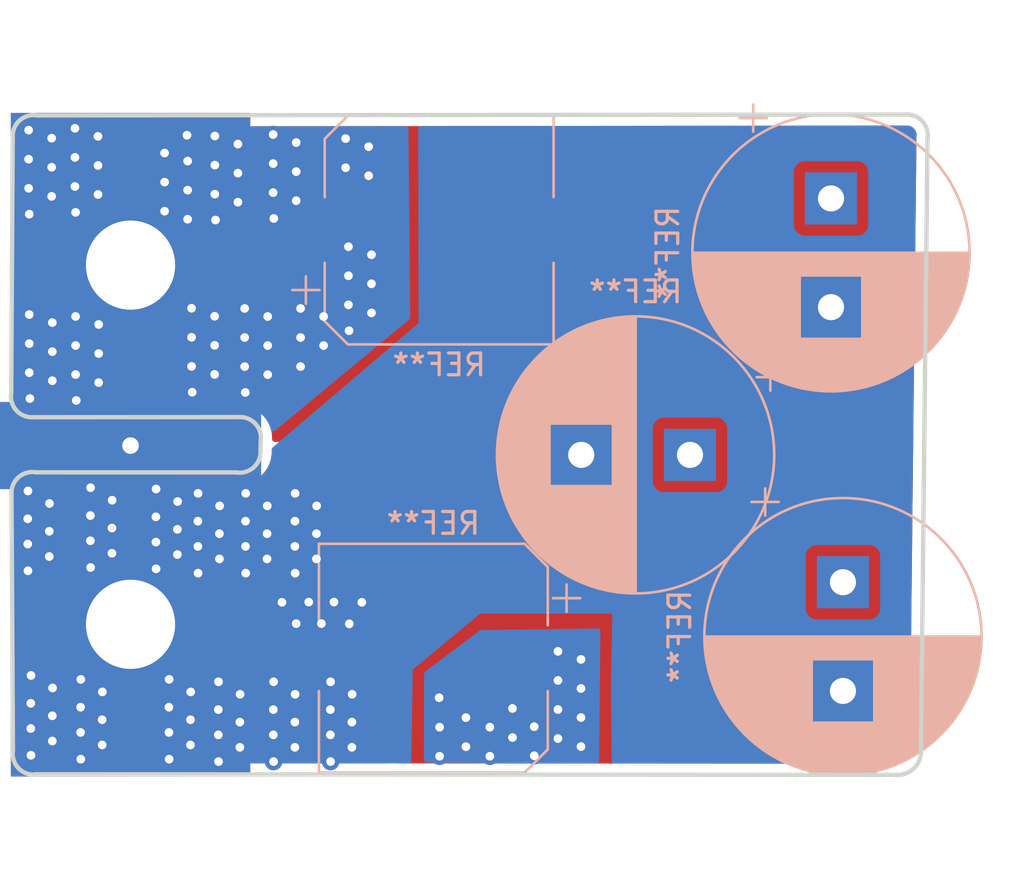
<source format=kicad_pcb>
(kicad_pcb (version 20211014) (generator pcbnew)
  (layers (0 "F.Cu" signal) (31 "B.Cu" signal) (34 "B.Paste" user) (35 "F.Paste" user) (36 "B.SilkS" user "B.Silkscreen") (37 "F.SilkS" user "F.Silkscreen") (38 "B.Mask" user) (39 "F.Mask" user) (44 "Edge.Cuts" user))
  (net 0 "")
  (net 1 "VIN")
  (net 2 "GND")
  (footprint "" (layer "F.Cu") (at 127.945221 96.92313 -90)
    (fp_text reference "" (at 0 0 90) (layer "F.SilkS") (effects (font (size 1.27 1.27))))
    (fp_text value "" (at 0 0 90) (layer "F.SilkS") (effects (font (size 1.27 1.27))))
    (pad "" thru_hole rect (at 0 0 180) (size 12 4) (drill 0.762) (layers *.Mask))
  )
  (footprint "" (layer "F.Cu") (at 127.945221 88.62313 -90)
    (fp_text reference "" (at 0 0 90) (layer "F.SilkS") (effects (font (size 1.27 1.27))))
    (fp_text value "" (at 0 0 90) (layer "F.SilkS") (effects (font (size 1.27 1.27))))
    (pad "1" thru_hole rect (at 0 0 180) (size 11 14) (drill 4.1) (layers *.Cu *.Mask) (net 1 "VIN"))
  )
  (footprint "" (layer "F.Cu") (at 127.945221 105.14313 -90)
    (fp_text reference "" (at 0 0 90) (layer "F.SilkS") (effects (font (size 1.27 1.27))))
    (fp_text value "" (at 0 0 90) (layer "F.SilkS") (effects (font (size 1.27 1.27))))
    (pad "1" thru_hole rect (at 0 0 180) (size 11 14) (drill 4.1) (layers *.Cu *.Mask) (net 2 "GND"))
  )
  (footprint "Capacitor_SMD:CP_Elec_10x10" (layer "B.Cu") (at 142.13 87.01)
    (fp_text reference "REF**" (at 0 6.2) (layer "B.SilkS") (effects (justify mirror)))
    (fp_text value "CP_Elec_10x10")
    (pad "1" smd roundrect (at -4 0) (size 4 2.5) (layers "B.Cu" "B.Paste" "B.Mask") (roundrect_rratio 0.1) (net 1 "VIN"))
    (pad "2" smd roundrect (at 4 0) (size 4 2.5) (layers "B.Cu" "B.Paste" "B.Mask") (roundrect_rratio 0.1) (net 2 "GND"))
  )
  (footprint "Capacitor_SMD:CP_Elec_10x10" (layer "B.Cu") (at 141.8625 106.7 180)
    (fp_text reference "REF**" (at 0 6.2) (layer "B.SilkS") (effects (justify mirror)))
    (fp_text value "CP_Elec_10x10")
    (pad "1" smd roundrect (at -4 0 180) (size 4 2.5) (layers "B.Cu" "B.Paste" "B.Mask") (roundrect_rratio 0.1) (net 1 "VIN"))
    (pad "2" smd roundrect (at 4 0 180) (size 4 2.5) (layers "B.Cu" "B.Paste" "B.Mask") (roundrect_rratio 0.1) (net 2 "GND"))
  )
  (footprint "Capacitor_THT:CP_Radial_D12.5mm_P5.00mm" (layer "B.Cu") (at 153.66 97.35 180)
    (fp_text reference "REF**" (at 2.5 7.5) (layer "B.SilkS") (effects (justify mirror)))
    (fp_text value "CP_Radial_D12.5mm_P5.00mm")
    (pad "1" thru_hole rect (at 0 0 180) (size 2.4 2.4) (drill 1.2) (layers *.Cu *.Mask) (net 1 "VIN"))
    (pad "2" thru_hole circle (at 5 0 180) (size 2.4 2.4) (drill 1.2) (layers *.Cu *.Mask) (net 2 "GND"))
  )
  (footprint "Capacitor_THT:CP_Radial_D12.5mm_P5.00mm" (layer "B.Cu") (at 160.69 103.206041 -90)
    (fp_text reference "REF**" (at 2.5 7.5 90) (layer "B.SilkS") (effects (justify mirror)))
    (fp_text value "CP_Radial_D12.5mm_P5.00mm")
    (pad "1" thru_hole rect (at 0 0 270) (size 2.4 2.4) (drill 1.2) (layers *.Cu *.Mask) (net 1 "VIN"))
    (pad "2" thru_hole circle (at 5 0 270) (size 2.4 2.4) (drill 1.2) (layers *.Cu *.Mask) (net 2 "GND"))
  )
  (footprint "Capacitor_THT:CP_Radial_D12.5mm_P5.00mm" (layer "B.Cu") (at 160.14 85.556041 -90)
    (fp_text reference "REF**" (at 2.5 7.5 90) (layer "B.SilkS") (effects (justify mirror)))
    (fp_text value "CP_Radial_D12.5mm_P5.00mm")
    (pad "1" thru_hole rect (at 0 0 270) (size 2.4 2.4) (drill 1.2) (layers *.Cu *.Mask) (net 1 "VIN"))
    (pad "2" thru_hole circle (at 5 0 270) (size 2.4 2.4) (drill 1.2) (layers *.Cu *.Mask) (net 2 "GND"))
  )
  (gr_line (start 132.799869 98.15583) (end 123.595221 98.15313) (layer "Edge.Cuts") (width 0.2))
  (gr_line (start 123.551544 112.037739) (end 163.154244 112.063092) (layer "Edge.Cuts") (width 0.2))
  (gr_arc (start 122.529596 82.763091) (mid 122.839367 81.977705) (end 123.649596 81.740391) (layer "Edge.Cuts") (width 0.2))
  (gr_line (start 133.925221 96.73313) (end 133.919869 97.14583) (layer "Edge.Cuts") (width 0.2))
  (gr_arc (start 132.915221 95.61313) (mid 133.69242 95.927665) (end 133.925221 96.73313) (layer "Edge.Cuts") (width 0.2))
  (gr_arc (start 133.919869 97.14583) (mid 133.605334 97.923029) (end 132.799869 98.15583) (layer "Edge.Cuts") (width 0.2))
  (gr_line (start 122.475221 99.16313) (end 122.541544 110.943091) (layer "Edge.Cuts") (width 0.2))
  (gr_arc (start 164.274244 111.043092) (mid 163.930002 111.789992) (end 163.154244 112.063092) (layer "Edge.Cuts") (width 0.2))
  (gr_arc (start 123.472521 95.617778) (mid 122.695322 95.303243) (end 122.462521 94.497778) (layer "Edge.Cuts") (width 0.2))
  (gr_line (start 122.462521 94.510478) (end 122.529596 82.763091) (layer "Edge.Cuts") (width 0.2))
  (gr_line (start 123.649596 81.740391) (end 163.554244 81.698444) (layer "Edge.Cuts") (width 0.2))
  (gr_arc (start 122.475221 99.16313) (mid 122.789756 98.385931) (end 123.595221 98.15313) (layer "Edge.Cuts") (width 0.2))
  (gr_arc (start 123.551544 112.052939) (mid 122.784177 111.747709) (end 122.541544 110.958291) (layer "Edge.Cuts") (width 0.2))
  (gr_line (start 164.576944 82.793092) (end 164.274244 111.043092) (layer "Edge.Cuts") (width 0.2))
  (gr_arc (start 163.554244 81.698444) (mid 164.329602 81.999133) (end 164.576944 82.793092) (layer "Edge.Cuts") (width 0.2))
  (gr_line (start 123.472521 95.617778) (end 132.915221 95.61313) (layer "Edge.Cuts") (width 0.2))
  (via (at 135.56 85.66) (size 0.8) (drill 0.4) (layers "F.Cu" "B.Cu") (net 1))
  (via (at 134.25 92.323332) (size 0.8) (drill 0.4) (layers "F.Cu" "B.Cu") (net 1))
  (via (at 138.89 83.176666) (size 0.8) (drill 0.4) (layers "F.Cu" "B.Cu") (net 1))
  (via (at 125.39 83.67) (size 0.8) (drill 0.4) (layers "F.Cu" "B.Cu") (net 1))
  (via (at 126.48 92.69) (size 0.8) (drill 0.4) (layers "F.Cu" "B.Cu") (net 1))
  (via (at 123.26 85.09) (size 0.8) (drill 0.4) (layers "F.Cu" "B.Cu") (net 1))
  (via (at 147.59 109.06) (size 0.8) (drill 0.4) (layers "F.Cu" "B.Cu") (net 1))
  (via (at 126.48 91.353334) (size 0.8) (drill 0.4) (layers "F.Cu" "B.Cu") (net 1))
  (via (at 136.82 90.986666) (size 0.8) (drill 0.4) (layers "F.Cu" "B.Cu") (net 1))
  (via (at 124.35 91.266666) (size 0.8) (drill 0.4) (layers "F.Cu" "B.Cu") (net 1))
  (via (at 132.88 83.056666) (size 0.8) (drill 0.4) (layers "F.Cu" "B.Cu") (net 1))
  (via (at 134.53 86.48) (size 0.8) (drill 0.4) (layers "F.Cu" "B.Cu") (net 1))
  (via (at 129.51 84.806668) (size 0.8) (drill 0.4) (layers "F.Cu" "B.Cu") (net 1))
  (via (at 135.56 82.986666) (size 0.8) (drill 0.4) (layers "F.Cu" "B.Cu") (net 1))
  (via (at 131.81 90.976666) (size 0.8) (drill 0.4) (layers "F.Cu" "B.Cu") (net 1))
  (via (at 137.83 82.806666) (size 0.8) (drill 0.4) (layers "F.Cu" "B.Cu") (net 1))
  (via (at 124.35 93.94) (size 0.8) (drill 0.4) (layers "F.Cu" "B.Cu") (net 1))
  (via (at 123.26 83.753332) (size 0.8) (drill 0.4) (layers "F.Cu" "B.Cu") (net 1))
  (via (at 147.59 106.386668) (size 0.8) (drill 0.4) (layers "F.Cu" "B.Cu") (net 1))
  (via (at 144.46 109.873334) (size 0.8) (drill 0.4) (layers "F.Cu" "B.Cu") (net 1))
  (via (at 135.76 90.616666) (size 0.8) (drill 0.4) (layers "F.Cu" "B.Cu") (net 1))
  (via (at 134.5 83.953332) (size 0.8) (drill 0.4) (layers "F.Cu" "B.Cu") (net 1))
  (via (at 148.65 109.43) (size 0.8) (drill 0.4) (layers "F.Cu" "B.Cu") (net 1))
  (via (at 137.96 90.45) (size 0.8) (drill 0.4) (layers "F.Cu" "B.Cu") (net 1))
  (via (at 124.32 84.123332) (size 0.8) (drill 0.4) (layers "F.Cu" "B.Cu") (net 1))
  (via (at 131.81 93.65) (size 0.8) (drill 0.4) (layers "F.Cu" "B.Cu") (net 1))
  (via (at 130.57 86.513334) (size 0.8) (drill 0.4) (layers "F.Cu" "B.Cu") (net 1))
  (via (at 129.51 86.143334) (size 0.8) (drill 0.4) (layers "F.Cu" "B.Cu") (net 1))
  (via (at 137.96 87.776666) (size 0.8) (drill 0.4) (layers "F.Cu" "B.Cu") (net 1))
  (via (at 130.78 94.47) (size 0.8) (drill 0.4) (layers "F.Cu" "B.Cu") (net 1))
  (via (at 131.82 84.023332) (size 0.8) (drill 0.4) (layers "F.Cu" "B.Cu") (net 1))
  (via (at 126.45 82.703334) (size 0.8) (drill 0.4) (layers "F.Cu" "B.Cu") (net 1))
  (via (at 147.59 110.396668) (size 0.8) (drill 0.4) (layers "F.Cu" "B.Cu") (net 1))
  (via (at 134.5 82.616666) (size 0.8) (drill 0.4) (layers "F.Cu" "B.Cu") (net 1))
  (via (at 145.5 109.013334) (size 0.8) (drill 0.4) (layers "F.Cu" "B.Cu") (net 1))
  (via (at 133.22 94.48) (size 0.8) (drill 0.4) (layers "F.Cu" "B.Cu") (net 1))
  (via (at 126.48 94.026668) (size 0.8) (drill 0.4) (layers "F.Cu" "B.Cu") (net 1))
  (via (at 123.29 93.57) (size 0.8) (drill 0.4) (layers "F.Cu" "B.Cu") (net 1))
  (via (at 133.19 91.953332) (size 0.8) (drill 0.4) (layers "F.Cu" "B.Cu") (net 1))
  (via (at 132.88 84.393332) (size 0.8) (drill 0.4) (layers "F.Cu" "B.Cu") (net 1))
  (via (at 132.88 85.73) (size 0.8) (drill 0.4) (layers "F.Cu" "B.Cu") (net 1))
  (via (at 126.45 84.04) (size 0.8) (drill 0.4) (layers "F.Cu" "B.Cu") (net 1))
  (via (at 142.15 109.873334) (size 0.8) (drill 0.4) (layers "F.Cu" "B.Cu") (net 1))
  (via (at 125.39 85.006668) (size 0.8) (drill 0.4) (layers "F.Cu" "B.Cu") (net 1))
  (via (at 130.75 90.606666) (size 0.8) (drill 0.4) (layers "F.Cu" "B.Cu") (net 1))
  (via (at 123.29 86.28) (size 0.8) (drill 0.4) (layers "F.Cu" "B.Cu") (net 1))
  (via (at 131.85 86.55) (size 0.8) (drill 0.4) (layers "F.Cu" "B.Cu") (net 1))
  (via (at 145.5 110.35) (size 0.8) (drill 0.4) (layers "F.Cu" "B.Cu") (net 1))
  (via (at 134.5 85.29) (size 0.8) (drill 0.4) (layers "F.Cu" "B.Cu") (net 1))
  (via (at 123.29 92.233332) (size 0.8) (drill 0.4) (layers "F.Cu" "B.Cu") (net 1))
  (via (at 130.57 85.176668) (size 0.8) (drill 0.4) (layers "F.Cu" "B.Cu") (net 1))
  (via (at 139.02 88.146666) (size 0.8) (drill 0.4) (layers "F.Cu" "B.Cu") (net 1))
  (via (at 137.96 89.113332) (size 0.8) (drill 0.4) (layers "F.Cu" "B.Cu") (net 1))
  (via (at 146.5 111.186668) (size 0.8) (drill 0.4) (layers "F.Cu" "B.Cu") (net 1))
  (via (at 125.42 86.196668) (size 0.8) (drill 0.4) (layers "F.Cu" "B.Cu") (net 1))
  (via (at 123.32 94.76) (size 0.8) (drill 0.4) (layers "F.Cu" "B.Cu") (net 1))
  (via (at 131.82 85.36) (size 0.8) (drill 0.4) (layers "F.Cu" "B.Cu") (net 1))
  (via (at 130.75 91.943332) (size 0.8) (drill 0.4) (layers "F.Cu" "B.Cu") (net 1))
  (via (at 133.19 93.29) (size 0.8) (drill 0.4) (layers "F.Cu" "B.Cu") (net 1))
  (via (at 147.59 107.723334) (size 0.8) (drill 0.4) (layers "F.Cu" "B.Cu") (net 1))
  (via (at 131.82 82.686666) (size 0.8) (drill 0.4) (layers "F.Cu" "B.Cu") (net 1))
  (via (at 125.45 94.846668) (size 0.8) (drill 0.4) (layers "F.Cu" "B.Cu") (net 1))
  (via (at 129.51 83.47) (size 0.8) (drill 0.4) (layers "F.Cu" "B.Cu") (net 1))
  (via (at 139.02 89.483332) (size 0.8) (drill 0.4) (layers "F.Cu" "B.Cu") (net 1))
  (via (at 143.36 110.77) (size 0.8) (drill 0.4) (layers "F.Cu" "B.Cu") (net 1))
  (via (at 130.54 82.65) (size 0.8) (drill 0.4) (layers "F.Cu" "B.Cu") (net 1))
  (via (at 131.81 92.313332) (size 0.8) (drill 0.4) (layers "F.Cu" "B.Cu") (net 1))
  (via (at 139.02 90.82) (size 0.8) (drill 0.4) (layers "F.Cu" "B.Cu") (net 1))
  (via (at 125.39 82.333334) (size 0.8) (drill 0.4) (layers "F.Cu" "B.Cu") (net 1))
  (via (at 123.26 82.416666) (size 0.8) (drill 0.4) (layers "F.Cu" "B.Cu") (net 1))
  (via (at 130.57 83.84) (size 0.8) (drill 0.4) (layers "F.Cu" "B.Cu") (net 1))
  (via (at 125.42 92.32) (size 0.8) (drill 0.4) (layers "F.Cu" "B.Cu") (net 1))
  (via (at 148.65 110.766668) (size 0.8) (drill 0.4) (layers "F.Cu" "B.Cu") (net 1))
  (via (at 134.25 90.986666) (size 0.8) (drill 0.4) (layers "F.Cu" "B.Cu") (net 1))
  (via (at 148.65 106.756668) (size 0.8) (drill 0.4) (layers "F.Cu" "B.Cu") (net 1))
  (via (at 137.99 91.64) (size 0.8) (drill 0.4) (layers "F.Cu" "B.Cu") (net 1))
  (via (at 124.32 85.46) (size 0.8) (drill 0.4) (layers "F.Cu" "B.Cu") (net 1))
  (via (at 126.45 85.376668) (size 0.8) (drill 0.4) (layers "F.Cu" "B.Cu") (net 1))
  (via (at 136.82 92.323332) (size 0.8) (drill 0.4) (layers "F.Cu" "B.Cu") (net 1))
  (via (at 133.19 90.616666) (size 0.8) (drill 0.4) (layers "F.Cu" "B.Cu") (net 1))
  (via (at 142.15 111.21) (size 0.8) (drill 0.4) (layers "F.Cu" "B.Cu") (net 1))
  (via (at 138.89 84.513332) (size 0.8) (drill 0.4) (layers "F.Cu" "B.Cu") (net 1))
  (via (at 146.5 109.85) (size 0.8) (drill 0.4) (layers "F.Cu" "B.Cu") (net 1))
  (via (at 135.76 91.953332) (size 0.8) (drill 0.4) (layers "F.Cu" "B.Cu") (net 1))
  (via (at 142.13 108.52) (size 0.8) (drill 0.4) (layers "F.Cu" "B.Cu") (net 1))
  (via (at 143.36 109.433334) (size 0.8) (drill 0.4) (layers "F.Cu" "B.Cu") (net 1))
  (via (at 135.76 93.29) (size 0.8) (drill 0.4) (layers "F.Cu" "B.Cu") (net 1))
  (via (at 124.35 92.603332) (size 0.8) (drill 0.4) (layers "F.Cu" "B.Cu") (net 1))
  (via (at 144.46 111.21) (size 0.8) (drill 0.4) (layers "F.Cu" "B.Cu") (net 1))
  (via (at 134.25 93.66) (size 0.8) (drill 0.4) (layers "F.Cu" "B.Cu") (net 1))
  (via (at 124.32 82.786666) (size 0.8) (drill 0.4) (layers "F.Cu" "B.Cu") (net 1))
  (via (at 125.42 90.983334) (size 0.8) (drill 0.4) (layers "F.Cu" "B.Cu") (net 1))
  (via (at 123.29 90.896666) (size 0.8) (drill 0.4) (layers "F.Cu" "B.Cu") (net 1))
  (via (at 148.65 108.093334) (size 0.8) (drill 0.4) (layers "F.Cu" "B.Cu") (net 1))
  (via (at 137.83 84.143332) (size 0.8) (drill 0.4) (layers "F.Cu" "B.Cu") (net 1))
  (via (at 130.75 93.28) (size 0.8) (drill 0.4) (layers "F.Cu" "B.Cu") (net 1))
  (via (at 135.56 84.323332) (size 0.8) (drill 0.4) (layers "F.Cu" "B.Cu") (net 1))
  (via (at 125.42 93.656668) (size 0.8) (drill 0.4) (layers "F.Cu" "B.Cu") (net 1))
  (via (at 134.22 100.9748) (size 0.8) (drill 0.4) (layers "F.Cu" "B.Cu") (net 2))
  (via (at 125.66 111.3452) (size 0.8) (drill 0.4) (layers "F.Cu" "B.Cu") (net 2))
  (via (at 123.36 108.7752) (size 0.8) (drill 0.4) (layers "F.Cu" "B.Cu") (net 2))
  (via (at 130.1 101.9348) (size 0.8) (drill 0.4) (layers "F.Cu" "B.Cu") (net 2))
  (via (at 124.21 100.8648) (size 0.8) (drill 0.4) (layers "F.Cu" "B.Cu") (net 2))
  (via (at 130.71 108.25) (size 0.8) (drill 0.4) (layers "F.Cu" "B.Cu") (net 2))
  (via (at 136.49 100.9748) (size 0.8) (drill 0.4) (layers "F.Cu" "B.Cu") (net 2))
  (via (at 127.09 100.7148) (size 0.8) (drill 0.4) (layers "F.Cu" "B.Cu") (net 2))
  (via (at 126.64 110.69) (size 0.8) (drill 0.4) (layers "F.Cu" "B.Cu") (net 2))
  (via (at 135.5 101.56) (size 0.8) (drill 0.4) (layers "F.Cu" "B.Cu") (net 2))
  (via (at 132.97 109.64) (size 0.8) (drill 0.4) (layers "F.Cu" "B.Cu") (net 2))
  (via (at 134.9048 104.13) (size 0.8) (drill 0.4) (layers "F.Cu" "B.Cu") (net 2))
  (via (at 131.05 102.79) (size 0.8) (drill 0.4) (layers "F.Cu" "B.Cu") (net 2))
  (via (at 125.65 110.1152) (size 0.8) (drill 0.4) (layers "F.Cu" "B.Cu") (net 2))
  (via (at 132.03 100.9748) (size 0.8) (drill 0.4) (layers "F.Cu" "B.Cu") (net 2))
  (via (at 131.99 107.7852) (size 0.8) (drill 0.4) (layers "F.Cu" "B.Cu") (net 2))
  (via (at 126.11 98.86) (size 0.8) (drill 0.4) (layers "F.Cu" "B.Cu") (net 2))
  (via (at 136.1348 104.12) (size 0.8) (drill 0.4) (layers "F.Cu" "B.Cu") (net 2))
  (via (at 137.14 111.4552) (size 0.8) (drill 0.4) (layers "F.Cu" "B.Cu") (net 2))
  (via (at 134.23 99.6948) (size 0.8) (drill 0.4) (layers "F.Cu" "B.Cu") (net 2))
  (via (at 138.12 109.64) (size 0.8) (drill 0.4) (layers "F.Cu" "B.Cu") (net 2))
  (via (at 123.37 107.4952) (size 0.8) (drill 0.4) (layers "F.Cu" "B.Cu") (net 2))
  (via (at 126.65 108.25) (size 0.8) (drill 0.4) (layers "F.Cu" "B.Cu") (net 2))
  (via (at 133.23 100.4) (size 0.8) (drill 0.4) (layers "F.Cu" "B.Cu") (net 2))
  (via (at 135.5 109.64) (size 0.8) (drill 0.4) (layers "F.Cu" "B.Cu") (net 2))
  (via (at 123.37 111.1652) (size 0.8) (drill 0.4) (layers "F.Cu" "B.Cu") (net 2))
  (via (at 126.1 101.3) (size 0.8) (drill 0.4) (layers "F.Cu" "B.Cu") (net 2))
  (via (at 131.04 100.4) (size 0.8) (drill 0.4) (layers "F.Cu" "B.Cu") (net 2))
  (via (at 134.51 110.2252) (size 0.8) (drill 0.4) (layers "F.Cu" "B.Cu") (net 2))
  (via (at 124.35 110.51) (size 0.8) (drill 0.4) (layers "F.Cu" "B.Cu") (net 2))
  (via (at 136.72 105.11) (size 0.8) (drill 0.4) (layers "F.Cu" "B.Cu") (net 2))
  (via (at 131.98 110.2252) (size 0.8) (drill 0.4) (layers "F.Cu" "B.Cu") (net 2))
  (via (at 129.72 111.3452) (size 0.8) (drill 0.4) (layers "F.Cu" "B.Cu") (net 2))
  (via (at 135.5 100.4) (size 0.8) (drill 0.4) (layers "F.Cu" "B.Cu") (net 2))
  (via (at 137.13 109.0652) (size 0.8) (drill 0.4) (layers "F.Cu" "B.Cu") (net 2))
  (via (at 135.51 102.79) (size 0.8) (drill 0.4) (layers "F.Cu" "B.Cu") (net 2))
  (via (at 136.5 99.6948) (size 0.8) (drill 0.4) (layers "F.Cu" "B.Cu") (net 2))
  (via (at 129.11 101.36) (size 0.8) (drill 0.4) (layers "F.Cu" "B.Cu") (net 2))
  (via (at 138.13 108.36) (size 0.8) (drill 0.4) (layers "F.Cu" "B.Cu") (net 2))
  (via (at 124.36 108.07) (size 0.8) (drill 0.4) (layers "F.Cu" "B.Cu") (net 2))
  (via (at 129.71 108.9552) (size 0.8) (drill 0.4) (layers "F.Cu" "B.Cu") (net 2))
  (via (at 123.23 102.68) (size 0.8) (drill 0.4) (layers "F.Cu" "B.Cu") (net 2))
  (via (at 137.2948 104.12) (size 0.8) (drill 0.4) (layers "F.Cu" "B.Cu") (net 2))
  (via (at 126.64 109.53) (size 0.8) (drill 0.4) (layers "F.Cu" "B.Cu") (net 2))
  (via (at 126.1 100.14) (size 0.8) (drill 0.4) (layers "F.Cu" "B.Cu") (net 2))
  (via (at 135.5 110.8) (size 0.8) (drill 0.4) (layers "F.Cu" "B.Cu") (net 2))
  (via (at 134.52 107.7852) (size 0.8) (drill 0.4) (layers "F.Cu" "B.Cu") (net 2))
  (via (at 124.35 109.35) (size 0.8) (drill 0.4) (layers "F.Cu" "B.Cu") (net 2))
  (via (at 126.11 102.53) (size 0.8) (drill 0.4) (layers "F.Cu" "B.Cu") (net 2))
  (via (at 123.23 99.01) (size 0.8) (drill 0.4) (layers "F.Cu" "B.Cu") (net 2))
  (via (at 135.56 105.11) (size 0.8) (drill 0.4) (layers "F.Cu" "B.Cu") (net 2))
  (via (at 130.7 109.53) (size 0.8) (drill 0.4) (layers "F.Cu" "B.Cu") (net 2))
  (via (at 135.51 108.36) (size 0.8) (drill 0.4) (layers "F.Cu" "B.Cu") (net 2))
  (via (at 129.12 102.59) (size 0.8) (drill 0.4) (layers "F.Cu" "B.Cu") (net 2))
  (via (at 129.12 98.92) (size 0.8) (drill 0.4) (layers "F.Cu" "B.Cu") (net 2))
  (via (at 129.11 100.2) (size 0.8) (drill 0.4) (layers "F.Cu" "B.Cu") (net 2))
  (via (at 129.71 110.1152) (size 0.8) (drill 0.4) (layers "F.Cu" "B.Cu") (net 2))
  (via (at 127.1 99.4348) (size 0.8) (drill 0.4) (layers "F.Cu" "B.Cu") (net 2))
  (via (at 132.97 110.8) (size 0.8) (drill 0.4) (layers "F.Cu" "B.Cu") (net 2))
  (via (at 137.13 110.2252) (size 0.8) (drill 0.4) (layers "F.Cu" "B.Cu") (net 2))
  (via (at 132.98 108.36) (size 0.8) (drill 0.4) (layers "F.Cu" "B.Cu") (net 2))
  (via (at 125.65 108.9552) (size 0.8) (drill 0.4) (layers "F.Cu" "B.Cu") (net 2))
  (via (at 131.04 101.56) (size 0.8) (drill 0.4) (layers "F.Cu" "B.Cu") (net 2))
  (via (at 130.11 99.4948) (size 0.8) (drill 0.4) (layers "F.Cu" "B.Cu") (net 2))
  (via (at 137.14 107.7852) (size 0.8) (drill 0.4) (layers "F.Cu" "B.Cu") (net 2))
  (via (at 125.66 107.6752) (size 0.8) (drill 0.4) (layers "F.Cu" "B.Cu") (net 2))
  (via (at 131.98 109.0652) (size 0.8) (drill 0.4) (layers "F.Cu" "B.Cu") (net 2))
  (via (at 135.51 99.12) (size 0.8) (drill 0.4) (layers "F.Cu" "B.Cu") (net 2))
  (via (at 133.24 102.79) (size 0.8) (drill 0.4) (layers "F.Cu" "B.Cu") (net 2))
  (via (at 138.5748 104.13) (size 0.8) (drill 0.4) (layers "F.Cu" "B.Cu") (net 2))
  (via (at 131.05 99.12) (size 0.8) (drill 0.4) (layers "F.Cu" "B.Cu") (net 2))
  (via (at 134.52 111.4552) (size 0.8) (drill 0.4) (layers "F.Cu" "B.Cu") (net 2))
  (via (at 132.04 99.6948) (size 0.8) (drill 0.4) (layers "F.Cu" "B.Cu") (net 2))
  (via (at 134.22 102.1348) (size 0.8) (drill 0.4) (layers "F.Cu" "B.Cu") (net 2))
  (via (at 127.09 101.8748) (size 0.8) (drill 0.4) (layers "F.Cu" "B.Cu") (net 2))
  (via (at 123.22 100.29) (size 0.8) (drill 0.4) (layers "F.Cu" "B.Cu") (net 2))
  (via (at 129.72 107.6752) (size 0.8) (drill 0.4) (layers "F.Cu" "B.Cu") (net 2))
  (via (at 124.21 102.0248) (size 0.8) (drill 0.4) (layers "F.Cu" "B.Cu") (net 2))
  (via (at 124.22 99.5848) (size 0.8) (drill 0.4) (layers "F.Cu" "B.Cu") (net 2))
  (via (at 138 105.12) (size 0.8) (drill 0.4) (layers "F.Cu" "B.Cu") (net 2))
  (via (at 130.1 100.7748) (size 0.8) (drill 0.4) (layers "F.Cu" "B.Cu") (net 2))
  (via (at 123.36 109.9352) (size 0.8) (drill 0.4) (layers "F.Cu" "B.Cu") (net 2))
  (via (at 132.03 102.1348) (size 0.8) (drill 0.4) (layers "F.Cu" "B.Cu") (net 2))
  (via (at 131.99 111.4552) (size 0.8) (drill 0.4) (layers "F.Cu" "B.Cu") (net 2))
  (via (at 133.23 101.56) (size 0.8) (drill 0.4) (layers "F.Cu" "B.Cu") (net 2))
  (via (at 134.51 109.0652) (size 0.8) (drill 0.4) (layers "F.Cu" "B.Cu") (net 2))
  (via (at 130.7 110.69) (size 0.8) (drill 0.4) (layers "F.Cu" "B.Cu") (net 2))
  (via (at 133.24 99.12) (size 0.8) (drill 0.4) (layers "F.Cu" "B.Cu") (net 2))
  (via (at 138.12 110.8) (size 0.8) (drill 0.4) (layers "F.Cu" "B.Cu") (net 2))
  (via (at 123.22 101.45) (size 0.8) (drill 0.4) (layers "F.Cu" "B.Cu") (net 2))
  (via (at 136.49 102.1348) (size 0.8) (drill 0.4) (layers "F.Cu" "B.Cu") (net 2))
  (zone (net 1) (net_name "VIN") (layer "F.Cu") (connect_pads yes (clearance 0.508)) (min_thickness 0.254) (fill yes (thermal_gap 0.508) (thermal_bridge_width 0.508))
    (polygon (pts (xy 164.38 81.83) (xy 164.25 112.35) (xy 140.09 111.72) (xy 140.23 96.74) (xy 122.38 96.79) (xy 122.27 95.2) (xy 122.31 81.56)))
  )
  (zone (net 2) (net_name "GND") (layer "F.Cu") (connect_pads (clearance 0.508)) (min_thickness 0.254) (fill yes (thermal_gap 0.508) (thermal_bridge_width 0.508))
    (polygon (pts (xy 139.83 97.26) (xy 139.83 111.69) (xy 122.28 112.05) (xy 122.3 97.23)))
  )
  (zone (net 2) (net_name "GND") (layer "B.Cu") (connect_pads yes (clearance 0.508)) (min_thickness 0.254) (fill yes (thermal_gap 0.508) (thermal_bridge_width 0.508))
    (polygon (pts (xy 164.66 82.14) (xy 164.22 111.89) (xy 122.28 112.22) (xy 122.36 97.34) (xy 134.366 97.1) (xy 141.185996 91.287871) (xy 141.165996 81.747871)))
    (polygon (pts (xy 140.847542 111.63885) (xy 150.07 111.94) (xy 150.02 108) (xy 150.091848 104.654619) (xy 144.018 104.648) (xy 140.917542 107.22885)))
  )
  (zone (net 1) (net_name "VIN") (layer "B.Cu") (connect_pads yes (clearance 0.508)) (min_thickness 0.254) (fill yes (thermal_gap 0.508) (thermal_bridge_width 0.508))
    (polygon (pts (xy 140.716 81.777767) (xy 140.803132 91.087767) (xy 134.112 96.630406) (xy 133.096 96.637005) (xy 122.25 96.73) (xy 122.44 81.47)))
  )
  (zone (net 1) (net_name "VIN") (layer "B.Cu") (connect_pads yes (clearance 0.508)) (min_thickness 0.254) (fill yes (thermal_gap 0.508) (thermal_bridge_width 0.508))
    (polygon (pts (xy 144.018 105.41) (xy 149.542514 105.329664) (xy 149.48 111.56) (xy 141.427998 111.501224) (xy 141.437998 107.351224)))
  )
)
</source>
